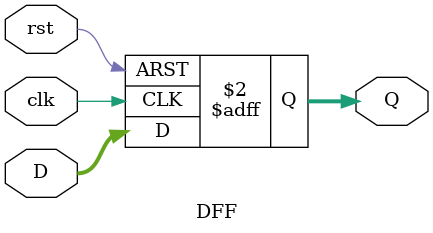
<source format=v>
`timescale 1ns / 1ps
module DFF(input [3:0] D, input clk, input rst, output reg [3:0] Q);
	
	always @(posedge clk or posedge rst)
	begin
		if(rst)
			Q <= 4'd0;
		else
			Q <= D;
	end
endmodule

</source>
